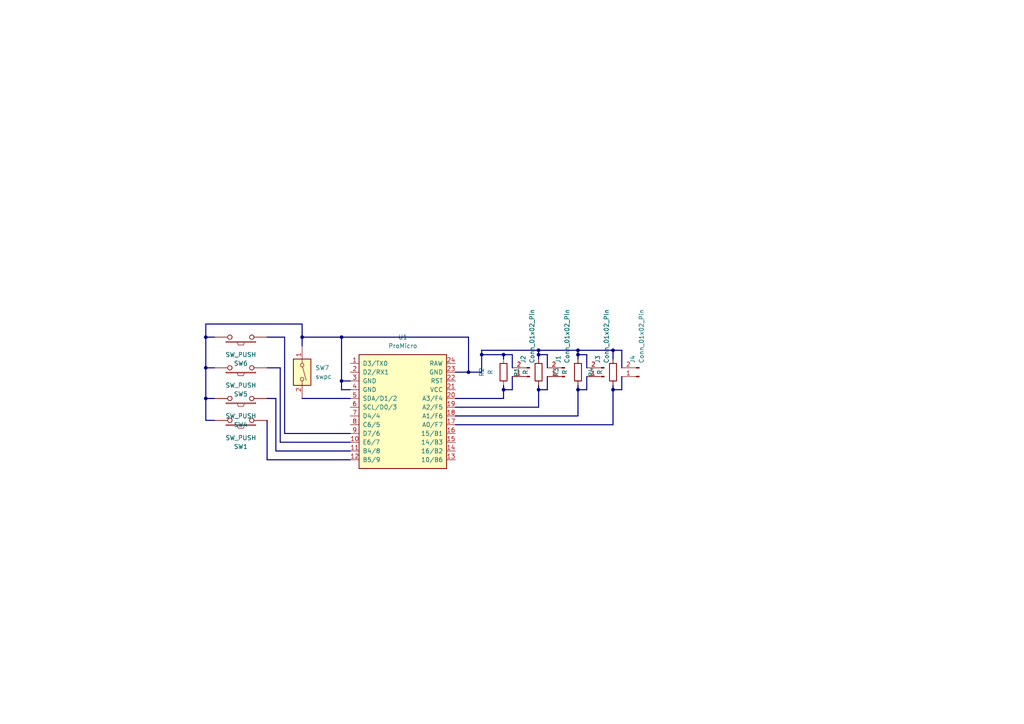
<source format=kicad_sch>
(kicad_sch (version 20230121) (generator eeschema)
  (paper "A4")
  (lib_symbols
    (symbol "Connector:Conn_01x02_Pin" (pin_names (offset 1.016) hide)
      (property "Reference" "J" (at 0 2.54 0))
      (property "Value" "Conn_01x02_Pin" (at 0 -5.08 0))
      (symbol "Conn_01x02_Pin_1_1"
        (polyline (pts (xy 1.27 -2.54) (xy 0.8636 -2.54)) (stroke (width 0.1524)))
        (polyline (pts (xy 1.27 0) (xy 0.8636 0)) (stroke (width 0.1524)))
        (rectangle (start 0.8636 -2.413) (end 0 -2.667) (stroke (width 0.1524)) (fill (type outline)))
        (rectangle (start 0.8636 0.127) (end 0 -0.127) (stroke (width 0.1524)) (fill (type outline)))
        (pin passive line (at 5.08 0 180) (length 3.81) (name "Pin_1") (number "1"))
        (pin passive line (at 5.08 -2.54 180) (length 3.81) (name "Pin_2") (number "2"))
      )
    )
    (symbol "Device:R" (pin_numbers hide) (pin_names (offset 0))
      (property "Reference" "R" (at 2.032 0 90))
      (property "Value" "R" (at 0 0 90))
      (symbol "R_0_1"
        (rectangle (start -1.016 -2.54) (end 1.016 2.54) (stroke (width 0.254)))
      )
      (symbol "R_1_1"
        (pin passive line (at 0 3.81 270) (length 1.27) (name "~") (number "1"))
        (pin passive line (at 0 -3.81 90) (length 1.27) (name "~") (number "2"))
      )
    )
    (symbol "Switch:SW_DIP_x01" (pin_names (offset 0) hide)
      (property "Reference" "SW" (at 0 3.81 0))
      (property "Value" "SW_DIP_x01" (at 0 -3.81 0))
      (symbol "SW_DIP_x01_0_0"
        (circle (center -2.032 0) (radius 0.508))
        (polyline (pts (xy -1.524 0.127) (xy 2.3622 1.1684)))
        (circle (center 2.032 0) (radius 0.508))
      )
      (symbol "SW_DIP_x01_0_1"
        (rectangle (start -3.81 2.54) (end 3.81 -2.54) (stroke (width 0.254)) (fill (type background)))
      )
      (symbol "SW_DIP_x01_1_1"
        (pin passive line (at -7.62 0 0) (length 5.08) (name "~") (number "1"))
        (pin passive line (at 7.62 0 180) (length 5.08) (name "~") (number "2"))
      )
    )
    (symbol "keyboard_Library:BrownSugar_KBD_ProMicro" (pin_names (offset 1.016))
      (property "Reference" "U?" (at 0 20.7518 0))
      (property "Value" "ProMicro" (at 0 18.4404 0))
      (symbol "BrownSugar_KBD_ProMicro_0_1"
        (rectangle (start -12.7 16.51) (end 12.7 -16.51) (stroke (width 0.254)) (fill (type background)))
      )
      (symbol "BrownSugar_KBD_ProMicro_1_1"
        (pin bidirectional line (at -15.24 13.97 0) (length 2.54) (name "D3/TX0") (number "1"))
        (pin bidirectional line (at -15.24 -8.89 0) (length 2.54) (name "E6/7") (number "10"))
        (pin bidirectional line (at -15.24 -11.43 0) (length 2.54) (name "B4/8") (number "11"))
        (pin bidirectional line (at -15.24 -13.97 0) (length 2.54) (name "B5/9") (number "12"))
        (pin bidirectional line (at 15.24 -13.97 180) (length 2.54) (name "10/B6") (number "13"))
        (pin bidirectional line (at 15.24 -11.43 180) (length 2.54) (name "16/B2") (number "14"))
        (pin bidirectional line (at 15.24 -8.89 180) (length 2.54) (name "14/B3") (number "15"))
        (pin bidirectional line (at 15.24 -6.35 180) (length 2.54) (name "15/B1") (number "16"))
        (pin bidirectional line (at 15.24 -3.81 180) (length 2.54) (name "A0/F7") (number "17"))
        (pin bidirectional line (at 15.24 -1.27 180) (length 2.54) (name "A1/F6") (number "18"))
        (pin bidirectional line (at 15.24 1.27 180) (length 2.54) (name "A2/F5") (number "19"))
        (pin bidirectional line (at -15.24 11.43 0) (length 2.54) (name "D2/RX1") (number "2"))
        (pin bidirectional line (at 15.24 3.81 180) (length 2.54) (name "A3/F4") (number "20"))
        (pin power_in line (at 15.24 6.35 180) (length 2.54) (name "VCC") (number "21"))
        (pin input line (at 15.24 8.89 180) (length 2.54) (name "RST") (number "22"))
        (pin power_in line (at 15.24 11.43 180) (length 2.54) (name "GND") (number "23"))
        (pin power_in line (at 15.24 13.97 180) (length 2.54) (name "RAW") (number "24"))
        (pin power_in line (at -15.24 8.89 0) (length 2.54) (name "GND") (number "3"))
        (pin power_in line (at -15.24 6.35 0) (length 2.54) (name "GND") (number "4"))
        (pin bidirectional line (at -15.24 3.81 0) (length 2.54) (name "SDA/D1/2") (number "5"))
        (pin bidirectional line (at -15.24 1.27 0) (length 2.54) (name "SCL/D0/3") (number "6"))
        (pin bidirectional line (at -15.24 -1.27 0) (length 2.54) (name "D4/4") (number "7"))
        (pin bidirectional line (at -15.24 -3.81 0) (length 2.54) (name "C6/5") (number "8"))
        (pin bidirectional line (at -15.24 -6.35 0) (length 2.54) (name "D7/6") (number "9"))
      )
    )
    (symbol "keyboard_Library:BrownSugar_KBD_SW_PUSH" (pin_numbers hide) (pin_names (offset 1.016) hide)
      (property "Reference" "SW?" (at 0 6.477 0))
      (property "Value" "SW_PUSH" (at 0 4.1656 0))
      (symbol "BrownSugar_KBD_SW_PUSH_0_1"
        (rectangle (start -4.318 1.27) (end 4.318 1.524))
        (polyline (pts (xy -1.016 1.524) (xy -0.762 2.286) (xy 0.762 2.286) (xy 1.016 1.524)))
        (pin passive inverted (at -7.62 0 0) (length 5.08) (name "1") (number "1"))
        (pin passive inverted (at 7.62 0 180) (length 5.08) (name "2") (number "2"))
      )
    )
  )
  (junction (at 167.64 101.6))
  (junction (at 156.21 101.6))
  (junction (at 167.64 102.87))
  (junction (at 156.21 113.03))
  (junction (at 146.05 102.87))
  (junction (at 156.21 102.87))
  (junction (at 99.06 110.49))
  (junction (at 99.06 97.79))
  (junction (at 177.8 113.03))
  (junction (at 59.69 106.68))
  (junction (at 177.8 101.6))
  (junction (at 139.7 102.87))
  (junction (at 167.64 113.03))
  (junction (at 59.69 115.57))
  (junction (at 59.69 97.79))
  (junction (at 87.63 97.79))
  (junction (at 146.05 113.03))
  (junction (at 135.89 107.95))
  (bus (pts (xy 146.05 115.57) (xy 146.05 113.03)))
  (bus (pts (xy 148.59 106.68) (xy 148.59 102.87)))
  (bus (pts (xy 167.64 101.6) (xy 167.64 102.87)))
  (bus (pts (xy 101.6 133.35) (xy 77.47 133.35)))
  (bus (pts (xy 156.21 118.11) (xy 156.21 113.03)))
  (bus (pts (xy 170.18 106.68) (xy 170.18 102.87)))
  (bus (pts (xy 87.63 97.79) (xy 87.63 100.33)))
  (bus (pts (xy 139.7 102.87) (xy 139.7 101.6)))
  (bus (pts (xy 87.63 93.98) (xy 87.63 97.79)))
  (bus (pts (xy 81.28 106.68) (xy 77.47 106.68)))
  (bus (pts (xy 139.7 101.6) (xy 156.21 101.6)))
  (bus (pts (xy 80.01 130.81) (xy 101.6 130.81)))
  (bus (pts (xy 167.64 113.03) (xy 170.18 113.03)))
  (bus (pts (xy 167.64 102.87) (xy 170.18 102.87)))
  (bus (pts (xy 139.7 102.87) (xy 139.7 107.95)))
  (bus (pts (xy 167.64 120.65) (xy 167.64 113.03)))
  (bus (pts (xy 135.89 97.79) (xy 135.89 107.95)))
  (bus (pts (xy 101.6 128.27) (xy 81.28 128.27)))
  (bus (pts (xy 135.89 107.95) (xy 139.7 107.95)))
  (bus (pts (xy 99.06 110.49) (xy 99.06 113.03)))
  (bus (pts (xy 156.21 101.6) (xy 156.21 102.87)))
  (bus (pts (xy 132.08 120.65) (xy 167.64 120.65)))
  (bus (pts (xy 177.8 101.6) (xy 177.8 104.14)))
  (bus (pts (xy 87.63 115.57) (xy 101.6 115.57)))
  (bus (pts (xy 156.21 102.87) (xy 156.21 104.14)))
  (bus (pts (xy 146.05 102.87) (xy 148.59 102.87)))
  (bus (pts (xy 156.21 101.6) (xy 167.64 101.6)))
  (bus (pts (xy 82.55 97.79) (xy 77.47 97.79)))
  (bus (pts (xy 59.69 115.57) (xy 62.23 115.57)))
  (bus (pts (xy 59.69 106.68) (xy 62.23 106.68)))
  (bus (pts (xy 59.69 93.98) (xy 87.63 93.98)))
  (bus (pts (xy 158.75 109.22) (xy 158.75 113.03)))
  (bus (pts (xy 167.64 102.87) (xy 167.64 104.14)))
  (bus (pts (xy 148.59 109.22) (xy 148.59 113.03)))
  (bus (pts (xy 177.8 111.76) (xy 177.8 113.03)))
  (bus (pts (xy 156.21 111.76) (xy 156.21 113.03)))
  (bus (pts (xy 59.69 106.68) (xy 59.69 115.57)))
  (bus (pts (xy 59.69 121.92) (xy 62.23 121.92)))
  (bus (pts (xy 132.08 115.57) (xy 146.05 115.57)))
  (bus (pts (xy 180.34 101.6) (xy 180.34 106.68)))
  (bus (pts (xy 146.05 113.03) (xy 148.59 113.03)))
  (bus (pts (xy 156.21 113.03) (xy 158.75 113.03)))
  (bus (pts (xy 167.64 101.6) (xy 177.8 101.6)))
  (bus (pts (xy 170.18 109.22) (xy 170.18 113.03)))
  (bus (pts (xy 80.01 115.57) (xy 80.01 130.81)))
  (bus (pts (xy 59.69 93.98) (xy 59.69 97.79)))
  (bus (pts (xy 146.05 102.87) (xy 146.05 104.14)))
  (bus (pts (xy 99.06 97.79) (xy 135.89 97.79)))
  (bus (pts (xy 99.06 113.03) (xy 101.6 113.03)))
  (bus (pts (xy 99.06 97.79) (xy 99.06 110.49)))
  (bus (pts (xy 156.21 102.87) (xy 158.75 102.87)))
  (bus (pts (xy 77.47 121.92) (xy 77.47 133.35)))
  (bus (pts (xy 82.55 97.79) (xy 82.55 125.73)))
  (bus (pts (xy 87.63 97.79) (xy 99.06 97.79)))
  (bus (pts (xy 59.69 115.57) (xy 59.69 121.92)))
  (bus (pts (xy 81.28 128.27) (xy 81.28 106.68)))
  (bus (pts (xy 177.8 113.03) (xy 177.8 123.19)))
  (bus (pts (xy 177.8 101.6) (xy 180.34 101.6)))
  (bus (pts (xy 132.08 118.11) (xy 156.21 118.11)))
  (bus (pts (xy 146.05 111.76) (xy 146.05 113.03)))
  (bus (pts (xy 59.69 97.79) (xy 59.69 106.68)))
  (bus (pts (xy 158.75 106.68) (xy 158.75 102.87)))
  (bus (pts (xy 99.06 110.49) (xy 101.6 110.49)))
  (bus (pts (xy 59.69 97.79) (xy 62.23 97.79)))
  (bus (pts (xy 132.08 123.19) (xy 177.8 123.19)))
  (bus (pts (xy 139.7 102.87) (xy 146.05 102.87)))
  (bus (pts (xy 82.55 125.73) (xy 101.6 125.73)))
  (bus (pts (xy 132.08 107.95) (xy 135.89 107.95)))
  (bus (pts (xy 180.34 109.22) (xy 180.34 113.03)))
  (bus (pts (xy 80.01 115.57) (xy 77.47 115.57)))
  (bus (pts (xy 177.8 113.03) (xy 180.34 113.03)))
  (bus (pts (xy 167.64 111.76) (xy 167.64 113.03)))
  (symbol (lib_id "keyboard_Library:BrownSugar_KBD_ProMicro") (at 116.84 119.38 0) (unit 1)
    (property "Reference" "U1" (at 116.84 97.79 0))
    (property "Value" "ProMicro" (at 116.84 100.33 0))
    (property "Footprint" "Library 自作:ProMicro-NoSilk" (effects hide))
  )
  (symbol (lib_id "Device:R") (at 146.05 107.95 180) (unit 1)
    (property "Reference" "R2" (at 139.7 107.95 90))
    (property "Value" "R" (at 142.24 107.95 90))
    (property "Footprint" "Library 自作:スルーホールの一般的な　抵抗" (effects hide))
  )
  (symbol (lib_id "Connector:Conn_01x02_Pin") (at 153.67 109.22 180) (unit 1)
    (property "Reference" "J2" (at 151.765 105.41 90) (effects (justify right)))
    (property "Value" "Conn_01x02_Pin" (at 154.305 105.41 90) (effects (justify right)))
    (property "Footprint" "Library 自作:2pinHedar" (effects hide))
  )
  (symbol (lib_id "Connector:Conn_01x02_Pin") (at 185.42 109.22 180) (unit 1)
    (property "Reference" "J4" (at 183.515 105.41 90) (effects (justify right)))
    (property "Value" "Conn_01x02_Pin" (at 186.055 105.41 90) (effects (justify right)))
    (property "Footprint" "Library 自作:2pinHedar" (effects hide))
  )
  (symbol (lib_id "Connector:Conn_01x02_Pin") (at 163.83 109.22 180) (unit 1)
    (property "Reference" "J1" (at 161.925 105.41 90) (effects (justify right)))
    (property "Value" "Conn_01x02_Pin" (at 164.465 105.41 90) (effects (justify right)))
    (property "Footprint" "Library 自作:2pinHedar" (effects hide))
  )
  (symbol (lib_id "Connector:Conn_01x02_Pin") (at 175.26 109.22 180) (unit 1)
    (property "Reference" "J3" (at 173.355 105.41 90) (effects (justify right)))
    (property "Value" "Conn_01x02_Pin" (at 175.895 105.41 90) (effects (justify right)))
    (property "Footprint" "Library 自作:2pinHedar" (effects hide))
  )
  (symbol (lib_id "Device:R") (at 177.8 107.95 180) (unit 1)
    (property "Reference" "R4" (at 171.45 107.95 90))
    (property "Value" "R" (at 173.99 107.95 90))
    (property "Footprint" "Library 自作:スルーホールの一般的な　抵抗" (effects hide))
  )
  (symbol (lib_id "keyboard_Library:BrownSugar_KBD_SW_PUSH") (at 69.85 106.68 180) (unit 1)
    (property "Reference" "SW5" (at 69.85 114.3 0))
    (property "Value" "SW_PUSH" (at 69.85 111.76 0))
    (property "Footprint" "Library 自作:Redragon smd rgb mx" (effects hide))
  )
  (symbol (lib_id "Device:R") (at 167.64 107.95 180) (unit 1)
    (property "Reference" "R3" (at 161.29 107.95 90))
    (property "Value" "R" (at 163.83 107.95 90))
    (property "Footprint" "Library 自作:スルーホールの一般的な　抵抗" (effects hide))
  )
  (symbol (lib_id "Switch:SW_DIP_x01") (at 87.63 107.95 270) (unit 1)
    (property "Reference" "SW7" (at 91.44 106.68 90) (effects (justify left)))
    (property "Value" "swpc" (at 91.44 109.22 90) (effects (justify left)))
    (property "Footprint" "Library 自作:SS12D00G3" (effects hide))
  )
  (symbol (lib_id "keyboard_Library:BrownSugar_KBD_SW_PUSH") (at 69.85 115.57 180) (unit 1)
    (property "Reference" "SW4" (at 69.85 123.19 0))
    (property "Value" "SW_PUSH" (at 69.85 120.65 0))
    (property "Footprint" "Library 自作:Redragon smd rgb mx" (effects hide))
  )
  (symbol (lib_id "keyboard_Library:BrownSugar_KBD_SW_PUSH") (at 69.85 97.79 180) (unit 1)
    (property "Reference" "SW6" (at 69.85 105.41 0))
    (property "Value" "SW_PUSH" (at 69.85 102.87 0))
    (property "Footprint" "Library 自作:Redragon smd rgb mx" (effects hide))
  )
  (symbol (lib_id "keyboard_Library:BrownSugar_KBD_SW_PUSH") (at 69.85 121.92 180) (unit 1)
    (property "Reference" "SW1" (at 69.85 129.54 0))
    (property "Value" "SW_PUSH" (at 69.85 127 0))
    (property "Footprint" "Library 自作:Redragon smd rgb mx" (effects hide))
  )
  (symbol (lib_id "Device:R") (at 156.21 107.95 180) (unit 1)
    (property "Reference" "R1" (at 149.86 107.95 90))
    (property "Value" "R" (at 152.4 107.95 90))
    (property "Footprint" "Library 自作:スルーホールの一般的な　抵抗" (effects hide))
  )
)
</source>
